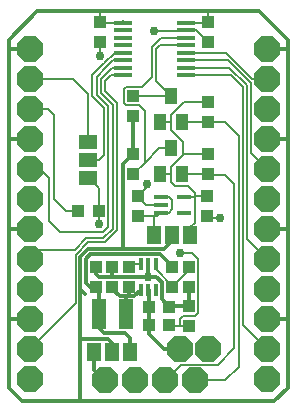
<source format=gtl>
G04 EAGLE Gerber X2 export*
%TF.Part,Single*%
%TF.FileFunction,Copper,L1,Top,Mixed*%
%TF.FilePolarity,Positive*%
%TF.GenerationSoftware,Autodesk,EAGLE,9.0.0*%
%TF.CreationDate,2018-06-07T14:32:50Z*%
G75*
%MOMM*%
%FSLAX34Y34*%
%LPD*%
%AMOC8*
5,1,8,0,0,1.08239X$1,22.5*%
G01*
%ADD10P,2.336880X8X112.500000*%
%ADD11P,2.336880X8X292.500000*%
%ADD12R,1.100000X1.000000*%
%ADD13P,2.336880X8X22.500000*%
%ADD14R,1.190000X0.400000*%
%ADD15R,1.000000X1.100000*%
%ADD16R,1.000000X1.400000*%
%ADD17R,1.168400X1.600200*%
%ADD18R,1.600200X0.355600*%
%ADD19R,0.300000X1.000000*%
%ADD20R,1.050000X1.080000*%
%ADD21R,1.080000X1.050000*%
%ADD22R,1.200000X2.540000*%
%ADD23R,1.600200X1.168400*%
%ADD24C,0.756400*%
%ADD25C,0.203200*%
%ADD26C,0.304800*%


D10*
X25400Y279400D03*
X25400Y203200D03*
X25400Y127000D03*
X25400Y50800D03*
D11*
X226060Y50800D03*
X226060Y127000D03*
X226060Y203200D03*
X226060Y279400D03*
D10*
X25400Y304800D03*
X25400Y228600D03*
X25400Y152400D03*
X25400Y76200D03*
D11*
X226060Y76200D03*
X226060Y152400D03*
X226060Y228600D03*
X226060Y304800D03*
D10*
X25400Y254000D03*
X25400Y177800D03*
X25400Y101600D03*
X25400Y25400D03*
D11*
X226060Y25400D03*
X226060Y101600D03*
X226060Y177800D03*
X226060Y254000D03*
D12*
X176530Y242960D03*
X176530Y259960D03*
X176530Y198510D03*
X176530Y215510D03*
D13*
X165100Y24130D03*
X139700Y24130D03*
D14*
X136450Y179220D03*
X136450Y172720D03*
X136450Y166220D03*
X155650Y166220D03*
X155650Y179220D03*
D15*
X116840Y162950D03*
X116840Y179950D03*
D12*
X113030Y248040D03*
X113030Y265040D03*
X113030Y215510D03*
X113030Y198510D03*
D16*
X144780Y265000D03*
X154280Y243000D03*
X135280Y243000D03*
X144780Y220550D03*
X154280Y198550D03*
X135280Y198550D03*
D15*
X175260Y179950D03*
X175260Y162950D03*
D17*
X161290Y147320D03*
X146050Y147320D03*
X130810Y147320D03*
D18*
X104267Y327025D03*
X104267Y320675D03*
X104267Y314325D03*
X104267Y307975D03*
X104267Y301625D03*
X104267Y295275D03*
X104267Y288925D03*
X104267Y282575D03*
X157353Y282575D03*
X157353Y288925D03*
X157353Y295275D03*
X157353Y301625D03*
X157353Y307975D03*
X157353Y314325D03*
X157353Y320675D03*
X157353Y327025D03*
D13*
X114300Y24130D03*
X88900Y24130D03*
D15*
X176530Y327270D03*
X176530Y310270D03*
X85090Y327270D03*
X85090Y310270D03*
D19*
X119130Y122660D03*
X125730Y122660D03*
X132330Y122660D03*
X119130Y100860D03*
X125730Y100860D03*
X132330Y100860D03*
D10*
X152400Y50800D03*
X176530Y50800D03*
D20*
X125870Y86360D03*
X143370Y86360D03*
D12*
X160020Y103260D03*
X160020Y120260D03*
X146050Y103260D03*
X146050Y120260D03*
D21*
X81280Y103010D03*
X81280Y120510D03*
D22*
X83820Y80010D03*
X106680Y80010D03*
D21*
X95250Y120510D03*
X95250Y103010D03*
X109220Y103010D03*
X109220Y120510D03*
D17*
X110490Y48260D03*
X95250Y48260D03*
X80010Y48260D03*
D12*
X160020Y87240D03*
X160020Y70240D03*
D15*
X143120Y71120D03*
X126120Y71120D03*
D23*
X74930Y226060D03*
X74930Y210820D03*
X74930Y195580D03*
D20*
X83680Y167640D03*
X66180Y167640D03*
D24*
X130810Y320040D03*
D25*
X157353Y320040D02*
X157353Y320675D01*
X157353Y320040D02*
X130810Y320040D01*
X157353Y320675D02*
X166125Y320675D01*
X136450Y172720D02*
X124070Y172720D01*
X116840Y179950D01*
X176530Y310270D02*
X166125Y320675D01*
D26*
X81280Y120510D02*
X81280Y114300D01*
X83820Y111760D01*
X95250Y111760D01*
X125730Y111760D02*
X132241Y111760D01*
X125730Y111760D02*
X95250Y111760D01*
X95250Y120510D01*
X136878Y107123D02*
X136878Y92852D01*
X136878Y107123D02*
X132241Y111760D01*
X136878Y92852D02*
X143370Y86360D01*
X160020Y87240D02*
X160020Y103260D01*
X160020Y87240D02*
X144250Y87240D01*
X143370Y86360D01*
D24*
X125730Y111760D03*
D26*
X125730Y122660D01*
D24*
X124460Y190500D03*
D25*
X124460Y187570D01*
X116840Y179950D01*
D24*
X85090Y298450D03*
D25*
X85090Y310270D01*
D24*
X186690Y161290D03*
D25*
X176920Y161290D02*
X175260Y162950D01*
X176920Y161290D02*
X186690Y161290D01*
X66180Y167640D02*
X55880Y167640D01*
X45466Y178054D01*
X45466Y249174D02*
X40640Y254000D01*
X25400Y254000D01*
X45466Y249174D02*
X45466Y178054D01*
D26*
X7620Y17780D02*
X19050Y6350D01*
X7620Y17780D02*
X7620Y76200D01*
X7620Y152400D01*
X7620Y228600D01*
X25400Y228600D01*
X25400Y152400D02*
X7620Y152400D01*
X7620Y76200D02*
X25400Y76200D01*
X19050Y6350D02*
X68580Y6350D01*
X232410Y6350D01*
X243840Y17780D01*
X243840Y76200D01*
X243840Y152400D01*
X243840Y228600D01*
X243840Y304800D01*
X226060Y304800D01*
X226060Y228600D02*
X243840Y228600D01*
X243840Y152400D02*
X226060Y152400D01*
X226060Y76200D02*
X243840Y76200D01*
X104267Y327025D02*
X104022Y327270D01*
X7620Y304800D02*
X7620Y228600D01*
X7620Y304800D02*
X7620Y312420D01*
X243840Y312420D02*
X243840Y304800D01*
X113030Y248040D02*
X113030Y215510D01*
X25400Y304800D02*
X7620Y304800D01*
D25*
X85335Y327025D02*
X104267Y327025D01*
X85335Y327025D02*
X85090Y327270D01*
X157353Y327025D02*
X175505Y327025D01*
X176530Y327270D01*
D26*
X31750Y336550D02*
X7620Y312420D01*
X219710Y336550D02*
X243840Y312420D01*
X85090Y336550D02*
X31750Y336550D01*
X85090Y336550D02*
X176530Y336550D01*
X219710Y336550D01*
D25*
X85090Y336550D02*
X85090Y327270D01*
X176530Y327270D02*
X176530Y336550D01*
D26*
X74624Y135280D02*
X68260Y128916D01*
X68260Y101070D01*
X72390Y96940D01*
X146050Y142240D02*
X146050Y147320D01*
X146050Y142240D02*
X139090Y135280D01*
X104140Y135280D01*
X74624Y135280D01*
X104482Y206962D02*
X113030Y215510D01*
X104482Y135622D02*
X104140Y135280D01*
X104482Y135622D02*
X104482Y206962D01*
X68260Y101070D02*
X68260Y59690D01*
X68260Y6670D01*
X68580Y6350D01*
X95250Y48260D02*
X95250Y55880D01*
X91821Y59309D01*
X68641Y59309D02*
X68260Y59690D01*
X68641Y59309D02*
X91821Y59309D01*
D25*
X113030Y198510D02*
X122995Y208475D01*
X135070Y220550D01*
X144780Y220550D01*
X122995Y208475D02*
X122995Y252167D01*
X106478Y257500D02*
X104990Y258988D01*
X104990Y271092D01*
X106478Y272580D01*
X106478Y257500D02*
X117662Y257500D01*
X122995Y252167D01*
X136576Y314325D02*
X157353Y314325D01*
X136576Y314325D02*
X128524Y306273D01*
X128524Y280924D01*
X120180Y272580D01*
X106478Y272580D01*
X104267Y282575D02*
X93715Y282575D01*
X89085Y277945D01*
X74748Y141152D02*
X64196Y130600D01*
X64196Y89596D02*
X25400Y50800D01*
X64196Y89596D02*
X64196Y130600D01*
X74748Y141152D02*
X89082Y141152D01*
X99060Y151130D01*
X99060Y259080D01*
X89085Y269055D02*
X89085Y277945D01*
X89085Y269055D02*
X99060Y259080D01*
X209169Y143891D02*
X226060Y127000D01*
X209169Y143891D02*
X209169Y274015D01*
X194259Y288925D01*
X157353Y288925D01*
X157353Y301625D02*
X191617Y301625D01*
X213842Y279400D02*
X226060Y279400D01*
X213842Y279400D02*
X191617Y301625D01*
X212725Y216535D02*
X226060Y203200D01*
X212725Y216535D02*
X212725Y275488D01*
X192938Y295275D01*
X157353Y295275D01*
X157353Y282575D02*
X195580Y282575D01*
X205613Y71247D02*
X226060Y50800D01*
X205613Y272542D02*
X195580Y282575D01*
X205613Y272542D02*
X205613Y71247D01*
X33020Y134620D02*
X25400Y127000D01*
X33020Y134620D02*
X63187Y134620D01*
X95036Y288925D02*
X104267Y288925D01*
X85529Y279418D02*
X85529Y267582D01*
X95504Y257607D01*
X95504Y152603D01*
X87609Y144708D02*
X73275Y144708D01*
X87609Y144708D02*
X95504Y152603D01*
X85529Y279418D02*
X95036Y288925D01*
X73275Y144708D02*
X63187Y134620D01*
X73275Y144708D02*
X73275Y144708D01*
X51304Y149356D02*
X41910Y158750D01*
X34290Y203200D02*
X25400Y203200D01*
X34290Y203200D02*
X41910Y195580D01*
X41910Y158750D01*
X91491Y256591D02*
X81973Y266109D01*
X91491Y256591D02*
X91491Y153619D01*
X87228Y149356D01*
X51304Y149356D01*
X95885Y295275D02*
X95885Y295275D01*
X91847Y291237D01*
X91847Y291237D01*
X89764Y289154D01*
X89763Y289154D01*
X81973Y281363D01*
X95885Y295275D02*
X104267Y295275D01*
X81973Y281363D02*
X81973Y266109D01*
X97206Y301625D02*
X104267Y301625D01*
X97206Y301625D02*
X88290Y292710D01*
X88291Y292710D01*
X88290Y292710D02*
X78417Y282836D01*
X78417Y264636D01*
X87935Y255118D01*
X83820Y210820D02*
X74930Y210820D01*
X83820Y210820D02*
X87935Y214935D01*
X87935Y255118D01*
X113030Y265040D02*
X113070Y265000D01*
X144780Y265000D01*
X135255Y307975D02*
X157353Y307975D01*
X135255Y307975D02*
X132080Y304800D01*
X132080Y277700D01*
X144780Y265000D01*
X154280Y243000D02*
X154320Y242960D01*
X176530Y242960D01*
X190500Y242960D01*
X202057Y35687D02*
X190500Y24130D01*
X165100Y24130D01*
X202057Y231403D02*
X190500Y242960D01*
X202057Y231403D02*
X202057Y35687D01*
X154320Y198510D02*
X154280Y198550D01*
X154320Y198510D02*
X176530Y198510D01*
X153035Y37465D02*
X139700Y24130D01*
X176920Y198120D02*
X176530Y198510D01*
X198501Y51181D02*
X184785Y37465D01*
X153035Y37465D01*
X176920Y198120D02*
X190500Y198120D01*
X198501Y190119D01*
X198501Y51181D01*
X161290Y147320D02*
X161290Y153670D01*
X165100Y157480D01*
X148400Y208090D02*
X148228Y208090D01*
X148400Y208090D02*
X154940Y214630D01*
X144780Y204642D02*
X144780Y198120D01*
X144780Y204642D02*
X148228Y208090D01*
X154940Y214630D02*
X154940Y226060D01*
X144780Y236220D01*
X144780Y249092D02*
X155648Y259960D01*
X144780Y242570D02*
X144780Y236220D01*
X144780Y242570D02*
X144780Y249092D01*
X155648Y259960D02*
X176530Y259960D01*
X144350Y243000D02*
X135280Y243000D01*
X144350Y243000D02*
X144780Y242570D01*
X155820Y215510D02*
X176530Y215510D01*
X155820Y215510D02*
X154940Y214630D01*
X144350Y198550D02*
X135280Y198550D01*
X144350Y198550D02*
X144780Y198120D01*
X165100Y169790D02*
X165100Y157480D01*
X165080Y169790D02*
X165100Y169790D01*
X155800Y179070D02*
X155650Y179220D01*
X165100Y182880D02*
X158970Y189010D01*
X148228Y189010D01*
X165100Y179070D02*
X165100Y169790D01*
X165100Y179070D02*
X165100Y180340D01*
X165100Y182880D01*
X144780Y192458D02*
X144780Y198120D01*
X144780Y192458D02*
X148228Y189010D01*
X155650Y179220D02*
X164950Y179220D01*
X165100Y179070D01*
X165490Y179950D02*
X175260Y179950D01*
X165490Y179950D02*
X165100Y180340D01*
X130810Y162950D02*
X116840Y162950D01*
X130810Y162950D02*
X133180Y162950D01*
X136450Y166220D01*
X130810Y162950D02*
X130810Y147320D01*
X136600Y179070D02*
X136450Y179220D01*
X136600Y179070D02*
X143510Y179070D01*
X143360Y166220D02*
X136450Y166220D01*
X146050Y176530D02*
X143510Y179070D01*
X146050Y168910D02*
X143360Y166220D01*
X146050Y168910D02*
X146050Y176530D01*
D26*
X126120Y71120D02*
X126120Y63500D01*
X125870Y71370D02*
X125870Y86360D01*
X125870Y71370D02*
X126120Y71120D01*
X125870Y86360D02*
X125870Y100720D01*
X125730Y100860D01*
X138820Y50800D02*
X152400Y50800D01*
X138820Y50800D02*
X126120Y63500D01*
D25*
X111370Y100860D02*
X109220Y103010D01*
D26*
X113520Y95250D02*
X119130Y100860D01*
X101600Y95250D02*
X95250Y101600D01*
X95250Y103010D01*
X109220Y95250D02*
X113520Y95250D01*
X109220Y95250D02*
X106680Y95250D01*
X101600Y95250D01*
X109220Y95250D02*
X109220Y103010D01*
X106680Y95250D02*
X106680Y80010D01*
D25*
X146050Y103260D02*
X146050Y104390D01*
X132330Y118110D01*
X132330Y122660D01*
X160020Y120260D02*
X160020Y117230D01*
X151980Y109190D02*
X146050Y103260D01*
X151980Y109190D02*
X151980Y109312D01*
X153468Y110800D01*
X153590Y110800D01*
X160020Y117230D01*
X111370Y122660D02*
X109220Y120510D01*
X111370Y122660D02*
X119130Y122660D01*
D26*
X83820Y80010D02*
X83820Y68580D01*
X88519Y63881D01*
X106299Y63881D01*
X83820Y80010D02*
X83820Y100470D01*
X81280Y103010D01*
X76200Y103010D01*
X72832Y106378D01*
X72832Y127023D02*
X76518Y130708D01*
X135992Y130708D01*
X72832Y127023D02*
X72832Y106378D01*
X146050Y120260D02*
X146050Y120650D01*
X135992Y130708D01*
X110490Y59690D02*
X110490Y48260D01*
X110490Y59690D02*
X106299Y63881D01*
X80010Y48260D02*
X80010Y33020D01*
X88900Y24130D01*
D25*
X143120Y71120D02*
X144000Y70240D01*
X152400Y70240D01*
X160020Y70240D01*
X152400Y70240D02*
X152400Y76200D01*
X154940Y78740D01*
X165612Y78740D02*
X168060Y81188D01*
X165612Y78740D02*
X154940Y78740D01*
X168060Y81188D02*
X168060Y127000D01*
D24*
X83820Y156210D03*
X152400Y132080D03*
D25*
X162980Y132080D02*
X168060Y127000D01*
X162980Y132080D02*
X152400Y132080D01*
X83680Y167640D02*
X83680Y186830D01*
X74930Y195580D01*
X83820Y167500D02*
X83820Y156210D01*
X83820Y167500D02*
X83680Y167640D01*
X62230Y279400D02*
X25400Y279400D01*
X74930Y263094D02*
X74930Y226060D01*
X74930Y263094D02*
X74861Y263163D01*
X74861Y266769D02*
X62230Y279400D01*
X74861Y266769D02*
X74861Y263163D01*
M02*

</source>
